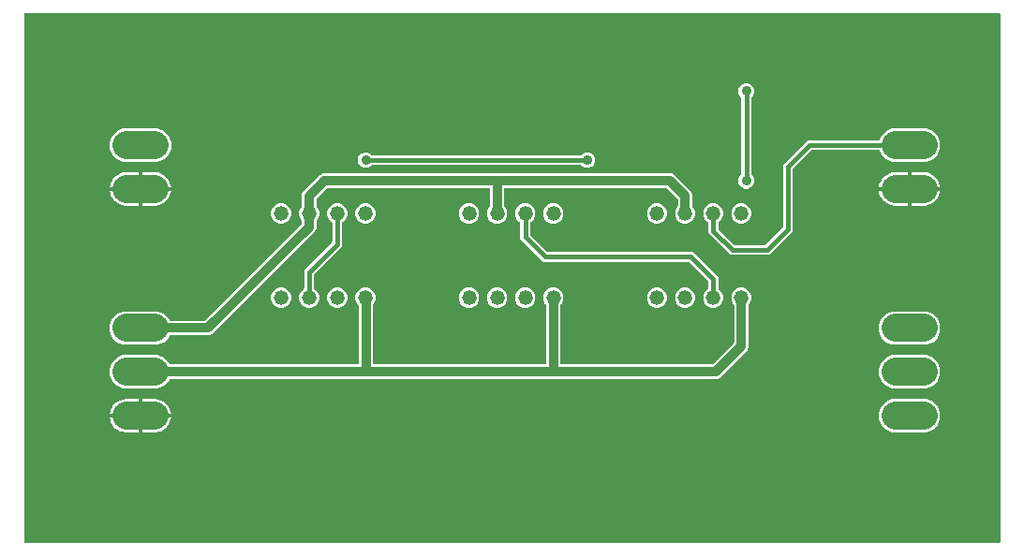
<source format=gbr>
G04 EAGLE Gerber RS-274X export*
G75*
%MOMM*%
%FSLAX34Y34*%
%LPD*%
%INBottom Copper*%
%IPPOS*%
%AMOC8*
5,1,8,0,0,1.08239X$1,22.5*%
G01*
%ADD10C,1.320800*%
%ADD11C,2.514600*%
%ADD12C,0.914400*%
%ADD13C,0.381000*%
%ADD14C,0.812800*%

G36*
X891298Y10164D02*
X891298Y10164D01*
X891317Y10162D01*
X891419Y10184D01*
X891521Y10200D01*
X891538Y10210D01*
X891558Y10214D01*
X891647Y10267D01*
X891738Y10316D01*
X891752Y10330D01*
X891769Y10340D01*
X891836Y10419D01*
X891908Y10494D01*
X891916Y10512D01*
X891929Y10527D01*
X891968Y10623D01*
X892011Y10717D01*
X892013Y10737D01*
X892021Y10755D01*
X892039Y10922D01*
X892039Y488278D01*
X892036Y488298D01*
X892038Y488317D01*
X892016Y488419D01*
X892000Y488521D01*
X891990Y488538D01*
X891986Y488558D01*
X891933Y488647D01*
X891884Y488738D01*
X891870Y488752D01*
X891860Y488769D01*
X891781Y488836D01*
X891706Y488908D01*
X891688Y488916D01*
X891673Y488929D01*
X891577Y488968D01*
X891483Y489011D01*
X891463Y489013D01*
X891445Y489021D01*
X891278Y489039D01*
X10922Y489039D01*
X10902Y489036D01*
X10883Y489038D01*
X10781Y489016D01*
X10679Y489000D01*
X10662Y488990D01*
X10642Y488986D01*
X10553Y488933D01*
X10462Y488884D01*
X10448Y488870D01*
X10431Y488860D01*
X10364Y488781D01*
X10292Y488706D01*
X10284Y488688D01*
X10271Y488673D01*
X10232Y488577D01*
X10189Y488483D01*
X10187Y488463D01*
X10179Y488445D01*
X10161Y488278D01*
X10161Y10922D01*
X10164Y10902D01*
X10162Y10883D01*
X10184Y10781D01*
X10200Y10679D01*
X10210Y10662D01*
X10214Y10642D01*
X10267Y10553D01*
X10316Y10462D01*
X10330Y10448D01*
X10340Y10431D01*
X10419Y10364D01*
X10494Y10292D01*
X10512Y10284D01*
X10527Y10271D01*
X10623Y10232D01*
X10717Y10189D01*
X10737Y10187D01*
X10755Y10179D01*
X10922Y10161D01*
X891278Y10161D01*
X891298Y10164D01*
G37*
%LPC*%
G36*
X99421Y149632D02*
X99421Y149632D01*
X93866Y151933D01*
X89614Y156185D01*
X87313Y161740D01*
X87313Y167752D01*
X89614Y173307D01*
X93866Y177559D01*
X99421Y179860D01*
X130579Y179860D01*
X136134Y177559D01*
X140386Y173307D01*
X141002Y171821D01*
X141063Y171721D01*
X141123Y171621D01*
X141128Y171617D01*
X141131Y171612D01*
X141222Y171537D01*
X141310Y171461D01*
X141316Y171459D01*
X141321Y171455D01*
X141429Y171413D01*
X141538Y171369D01*
X141546Y171368D01*
X141550Y171367D01*
X141569Y171366D01*
X141705Y171351D01*
X311384Y171351D01*
X311404Y171354D01*
X311423Y171352D01*
X311525Y171374D01*
X311627Y171390D01*
X311644Y171400D01*
X311664Y171404D01*
X311753Y171457D01*
X311844Y171506D01*
X311858Y171520D01*
X311875Y171530D01*
X311942Y171609D01*
X312014Y171684D01*
X312022Y171702D01*
X312035Y171717D01*
X312074Y171813D01*
X312117Y171907D01*
X312119Y171927D01*
X312127Y171945D01*
X312145Y172112D01*
X312145Y224607D01*
X312131Y224697D01*
X312123Y224788D01*
X312111Y224818D01*
X312106Y224850D01*
X312063Y224930D01*
X312027Y225014D01*
X312001Y225046D01*
X311990Y225067D01*
X311967Y225089D01*
X311922Y225145D01*
X310347Y226720D01*
X308955Y230081D01*
X308955Y233719D01*
X310347Y237080D01*
X312920Y239653D01*
X316281Y241045D01*
X319919Y241045D01*
X323280Y239653D01*
X325853Y237080D01*
X327245Y233719D01*
X327245Y230081D01*
X325853Y226720D01*
X325578Y226445D01*
X325525Y226371D01*
X325465Y226302D01*
X325453Y226272D01*
X325434Y226245D01*
X325407Y226158D01*
X325373Y226074D01*
X325369Y226033D01*
X325362Y226010D01*
X325363Y225978D01*
X325355Y225907D01*
X325355Y172112D01*
X325358Y172092D01*
X325356Y172073D01*
X325378Y171971D01*
X325394Y171869D01*
X325404Y171852D01*
X325408Y171832D01*
X325461Y171743D01*
X325510Y171652D01*
X325524Y171638D01*
X325534Y171621D01*
X325613Y171554D01*
X325688Y171482D01*
X325706Y171474D01*
X325721Y171461D01*
X325817Y171422D01*
X325911Y171379D01*
X325931Y171377D01*
X325949Y171369D01*
X326116Y171351D01*
X480734Y171351D01*
X480754Y171354D01*
X480773Y171352D01*
X480875Y171374D01*
X480977Y171390D01*
X480994Y171400D01*
X481014Y171404D01*
X481103Y171457D01*
X481194Y171506D01*
X481208Y171520D01*
X481225Y171530D01*
X481292Y171609D01*
X481364Y171684D01*
X481372Y171702D01*
X481385Y171717D01*
X481424Y171813D01*
X481467Y171907D01*
X481469Y171927D01*
X481477Y171945D01*
X481495Y172112D01*
X481495Y225257D01*
X481481Y225347D01*
X481473Y225438D01*
X481461Y225468D01*
X481456Y225500D01*
X481413Y225580D01*
X481377Y225664D01*
X481351Y225696D01*
X481340Y225717D01*
X481317Y225739D01*
X481272Y225795D01*
X480347Y226720D01*
X478955Y230081D01*
X478955Y233719D01*
X480347Y237080D01*
X482920Y239653D01*
X486281Y241045D01*
X489919Y241045D01*
X493280Y239653D01*
X495853Y237080D01*
X497245Y233719D01*
X497245Y230081D01*
X495853Y226720D01*
X494928Y225795D01*
X494875Y225721D01*
X494815Y225652D01*
X494803Y225622D01*
X494784Y225595D01*
X494757Y225508D01*
X494723Y225424D01*
X494719Y225383D01*
X494712Y225360D01*
X494713Y225328D01*
X494705Y225257D01*
X494705Y172112D01*
X494708Y172092D01*
X494706Y172073D01*
X494728Y171971D01*
X494744Y171869D01*
X494754Y171852D01*
X494758Y171832D01*
X494811Y171743D01*
X494860Y171652D01*
X494874Y171638D01*
X494884Y171621D01*
X494963Y171554D01*
X495038Y171482D01*
X495056Y171474D01*
X495071Y171461D01*
X495167Y171422D01*
X495261Y171379D01*
X495281Y171377D01*
X495299Y171369D01*
X495466Y171351D01*
X631645Y171351D01*
X631735Y171365D01*
X631826Y171373D01*
X631856Y171385D01*
X631888Y171390D01*
X631968Y171433D01*
X632052Y171469D01*
X632084Y171495D01*
X632105Y171506D01*
X632127Y171529D01*
X632183Y171574D01*
X651272Y190663D01*
X651325Y190737D01*
X651385Y190806D01*
X651397Y190836D01*
X651416Y190863D01*
X651443Y190950D01*
X651477Y191034D01*
X651481Y191075D01*
X651488Y191098D01*
X651487Y191130D01*
X651495Y191201D01*
X651495Y225257D01*
X651481Y225347D01*
X651473Y225438D01*
X651461Y225468D01*
X651456Y225500D01*
X651413Y225580D01*
X651377Y225664D01*
X651351Y225696D01*
X651340Y225717D01*
X651317Y225739D01*
X651272Y225795D01*
X650347Y226720D01*
X648955Y230081D01*
X648955Y233719D01*
X650347Y237080D01*
X652920Y239653D01*
X656281Y241045D01*
X659919Y241045D01*
X663280Y239653D01*
X665853Y237080D01*
X667245Y233719D01*
X667245Y230081D01*
X665853Y226720D01*
X664928Y225795D01*
X664875Y225721D01*
X664815Y225652D01*
X664803Y225622D01*
X664784Y225595D01*
X664757Y225508D01*
X664723Y225424D01*
X664719Y225383D01*
X664712Y225360D01*
X664713Y225328D01*
X664705Y225257D01*
X664705Y186836D01*
X663699Y184409D01*
X638437Y159147D01*
X636010Y158141D01*
X141705Y158141D01*
X141590Y158122D01*
X141474Y158105D01*
X141468Y158103D01*
X141462Y158102D01*
X141359Y158047D01*
X141255Y157994D01*
X141250Y157989D01*
X141245Y157986D01*
X141165Y157902D01*
X141082Y157818D01*
X141079Y157812D01*
X141075Y157808D01*
X141068Y157791D01*
X141002Y157671D01*
X140386Y156185D01*
X136134Y151933D01*
X130579Y149632D01*
X99421Y149632D01*
G37*
%LPD*%
%LPC*%
G36*
X99421Y189256D02*
X99421Y189256D01*
X93866Y191557D01*
X89614Y195809D01*
X87313Y201364D01*
X87313Y207376D01*
X89614Y212931D01*
X93866Y217183D01*
X99421Y219484D01*
X130579Y219484D01*
X136134Y217183D01*
X140386Y212931D01*
X141002Y211445D01*
X141063Y211345D01*
X141123Y211245D01*
X141128Y211241D01*
X141131Y211236D01*
X141222Y211161D01*
X141310Y211085D01*
X141316Y211083D01*
X141321Y211079D01*
X141429Y211037D01*
X141538Y210993D01*
X141546Y210992D01*
X141550Y210991D01*
X141569Y210990D01*
X141705Y210975D01*
X173019Y210975D01*
X173109Y210989D01*
X173200Y210997D01*
X173230Y211009D01*
X173262Y211014D01*
X173342Y211057D01*
X173426Y211093D01*
X173458Y211119D01*
X173479Y211130D01*
X173501Y211153D01*
X173557Y211198D01*
X260472Y298113D01*
X260525Y298187D01*
X260585Y298256D01*
X260597Y298286D01*
X260616Y298313D01*
X260643Y298400D01*
X260677Y298484D01*
X260681Y298525D01*
X260688Y298548D01*
X260687Y298580D01*
X260695Y298651D01*
X260695Y301457D01*
X260681Y301547D01*
X260673Y301638D01*
X260661Y301668D01*
X260656Y301700D01*
X260613Y301780D01*
X260577Y301864D01*
X260551Y301896D01*
X260540Y301917D01*
X260517Y301939D01*
X260472Y301995D01*
X259547Y302920D01*
X258155Y306281D01*
X258155Y309919D01*
X259547Y313280D01*
X260472Y314205D01*
X260525Y314279D01*
X260585Y314348D01*
X260597Y314378D01*
X260616Y314405D01*
X260643Y314492D01*
X260677Y314576D01*
X260681Y314617D01*
X260688Y314640D01*
X260687Y314672D01*
X260695Y314743D01*
X260695Y324864D01*
X261701Y327291D01*
X277509Y343099D01*
X279936Y344105D01*
X595064Y344105D01*
X597491Y343099D01*
X612899Y327691D01*
X613905Y325264D01*
X613905Y314743D01*
X613919Y314653D01*
X613927Y314562D01*
X613939Y314532D01*
X613944Y314500D01*
X613987Y314420D01*
X614023Y314336D01*
X614049Y314304D01*
X614060Y314283D01*
X614083Y314261D01*
X614128Y314205D01*
X615053Y313280D01*
X616445Y309919D01*
X616445Y306281D01*
X615053Y302920D01*
X612480Y300347D01*
X609119Y298955D01*
X605481Y298955D01*
X602120Y300347D01*
X599547Y302920D01*
X598155Y306281D01*
X598155Y309919D01*
X599547Y313280D01*
X600472Y314205D01*
X600525Y314279D01*
X600585Y314348D01*
X600597Y314378D01*
X600616Y314405D01*
X600643Y314492D01*
X600677Y314576D01*
X600681Y314617D01*
X600688Y314640D01*
X600687Y314672D01*
X600695Y314743D01*
X600695Y320899D01*
X600681Y320989D01*
X600673Y321080D01*
X600661Y321110D01*
X600656Y321142D01*
X600613Y321222D01*
X600577Y321306D01*
X600551Y321338D01*
X600540Y321359D01*
X600517Y321381D01*
X600472Y321437D01*
X591237Y330672D01*
X591163Y330725D01*
X591094Y330785D01*
X591064Y330797D01*
X591037Y330816D01*
X590950Y330843D01*
X590866Y330877D01*
X590825Y330881D01*
X590802Y330888D01*
X590770Y330887D01*
X590699Y330895D01*
X444666Y330895D01*
X444646Y330892D01*
X444627Y330894D01*
X444525Y330872D01*
X444423Y330856D01*
X444406Y330846D01*
X444386Y330842D01*
X444297Y330789D01*
X444206Y330740D01*
X444192Y330726D01*
X444175Y330716D01*
X444108Y330637D01*
X444036Y330562D01*
X444028Y330544D01*
X444015Y330529D01*
X443976Y330433D01*
X443933Y330339D01*
X443931Y330319D01*
X443923Y330301D01*
X443905Y330134D01*
X443905Y314743D01*
X443919Y314653D01*
X443927Y314562D01*
X443939Y314532D01*
X443944Y314500D01*
X443987Y314420D01*
X444023Y314336D01*
X444049Y314304D01*
X444060Y314283D01*
X444083Y314261D01*
X444128Y314205D01*
X445053Y313280D01*
X446445Y309919D01*
X446445Y306281D01*
X445053Y302920D01*
X442480Y300347D01*
X439119Y298955D01*
X435481Y298955D01*
X432120Y300347D01*
X429547Y302920D01*
X428155Y306281D01*
X428155Y309919D01*
X429547Y313280D01*
X430472Y314205D01*
X430525Y314279D01*
X430585Y314348D01*
X430597Y314378D01*
X430616Y314405D01*
X430643Y314492D01*
X430677Y314576D01*
X430681Y314617D01*
X430688Y314640D01*
X430687Y314672D01*
X430695Y314743D01*
X430695Y330134D01*
X430692Y330154D01*
X430694Y330173D01*
X430672Y330275D01*
X430656Y330377D01*
X430646Y330394D01*
X430642Y330414D01*
X430589Y330503D01*
X430540Y330594D01*
X430526Y330608D01*
X430516Y330625D01*
X430437Y330692D01*
X430362Y330764D01*
X430344Y330772D01*
X430329Y330785D01*
X430233Y330824D01*
X430139Y330867D01*
X430119Y330869D01*
X430101Y330877D01*
X429934Y330895D01*
X284301Y330895D01*
X284211Y330881D01*
X284120Y330873D01*
X284090Y330861D01*
X284058Y330856D01*
X283978Y330813D01*
X283894Y330777D01*
X283862Y330751D01*
X283841Y330740D01*
X283819Y330717D01*
X283763Y330672D01*
X274128Y321037D01*
X274075Y320963D01*
X274015Y320894D01*
X274003Y320864D01*
X273984Y320837D01*
X273957Y320750D01*
X273923Y320666D01*
X273919Y320625D01*
X273912Y320602D01*
X273913Y320570D01*
X273905Y320499D01*
X273905Y314743D01*
X273919Y314653D01*
X273927Y314562D01*
X273939Y314532D01*
X273944Y314500D01*
X273987Y314420D01*
X274023Y314336D01*
X274049Y314304D01*
X274060Y314283D01*
X274083Y314261D01*
X274128Y314205D01*
X275053Y313280D01*
X276445Y309919D01*
X276445Y306281D01*
X275053Y302920D01*
X274128Y301995D01*
X274075Y301921D01*
X274015Y301852D01*
X274003Y301822D01*
X273984Y301795D01*
X273957Y301708D01*
X273923Y301624D01*
X273919Y301583D01*
X273912Y301560D01*
X273913Y301528D01*
X273905Y301457D01*
X273905Y294286D01*
X272899Y291859D01*
X179811Y198771D01*
X177384Y197765D01*
X141705Y197765D01*
X141590Y197746D01*
X141474Y197729D01*
X141468Y197727D01*
X141462Y197726D01*
X141359Y197671D01*
X141255Y197618D01*
X141250Y197613D01*
X141245Y197610D01*
X141165Y197526D01*
X141082Y197442D01*
X141079Y197436D01*
X141075Y197432D01*
X141068Y197415D01*
X141002Y197295D01*
X140386Y195809D01*
X136134Y191557D01*
X130579Y189256D01*
X99421Y189256D01*
G37*
%LPD*%
%LPC*%
G36*
X648158Y270554D02*
X648158Y270554D01*
X628254Y290458D01*
X628254Y299535D01*
X628235Y299649D01*
X628218Y299766D01*
X628216Y299771D01*
X628215Y299777D01*
X628160Y299880D01*
X628107Y299985D01*
X628102Y299989D01*
X628099Y299995D01*
X628015Y300075D01*
X627931Y300157D01*
X627925Y300161D01*
X627921Y300164D01*
X627904Y300172D01*
X627784Y300238D01*
X627520Y300347D01*
X624947Y302920D01*
X623555Y306281D01*
X623555Y309919D01*
X624947Y313280D01*
X627520Y315853D01*
X630881Y317245D01*
X634519Y317245D01*
X637880Y315853D01*
X640453Y313280D01*
X641845Y309919D01*
X641845Y306281D01*
X640453Y302920D01*
X637880Y300347D01*
X637616Y300238D01*
X637516Y300176D01*
X637416Y300116D01*
X637412Y300112D01*
X637407Y300108D01*
X637332Y300018D01*
X637256Y299930D01*
X637254Y299924D01*
X637250Y299919D01*
X637208Y299810D01*
X637164Y299701D01*
X637163Y299694D01*
X637162Y299689D01*
X637161Y299671D01*
X637146Y299535D01*
X637146Y294457D01*
X637160Y294367D01*
X637168Y294276D01*
X637180Y294246D01*
X637185Y294214D01*
X637228Y294133D01*
X637264Y294050D01*
X637290Y294017D01*
X637301Y293997D01*
X637324Y293975D01*
X637369Y293919D01*
X651619Y279669D01*
X651692Y279616D01*
X651762Y279556D01*
X651792Y279544D01*
X651818Y279525D01*
X651905Y279498D01*
X651990Y279464D01*
X652031Y279460D01*
X652053Y279453D01*
X652086Y279454D01*
X652157Y279446D01*
X679093Y279446D01*
X679183Y279460D01*
X679274Y279468D01*
X679304Y279480D01*
X679336Y279485D01*
X679417Y279528D01*
X679500Y279564D01*
X679533Y279590D01*
X679553Y279601D01*
X679575Y279624D01*
X679631Y279669D01*
X695331Y295369D01*
X695384Y295442D01*
X695444Y295512D01*
X695456Y295542D01*
X695475Y295568D01*
X695502Y295655D01*
X695536Y295740D01*
X695540Y295781D01*
X695547Y295803D01*
X695546Y295836D01*
X695554Y295907D01*
X695554Y351842D01*
X698381Y354669D01*
X715143Y371431D01*
X717970Y374258D01*
X782401Y374258D01*
X782516Y374277D01*
X782632Y374294D01*
X782637Y374296D01*
X782644Y374297D01*
X782746Y374352D01*
X782851Y374405D01*
X782855Y374410D01*
X782861Y374413D01*
X782941Y374497D01*
X783023Y374581D01*
X783027Y374587D01*
X783030Y374591D01*
X783038Y374608D01*
X783104Y374728D01*
X784614Y378373D01*
X788866Y382625D01*
X794421Y384926D01*
X825579Y384926D01*
X831134Y382625D01*
X835386Y378373D01*
X837687Y372818D01*
X837687Y366806D01*
X835386Y361251D01*
X831134Y356999D01*
X825579Y354698D01*
X794421Y354698D01*
X788866Y356999D01*
X784614Y361251D01*
X783104Y364896D01*
X783043Y364996D01*
X782983Y365096D01*
X782978Y365100D01*
X782975Y365105D01*
X782885Y365180D01*
X782796Y365256D01*
X782790Y365258D01*
X782785Y365262D01*
X782677Y365304D01*
X782568Y365348D01*
X782560Y365349D01*
X782555Y365350D01*
X782537Y365351D01*
X782401Y365366D01*
X721969Y365366D01*
X721879Y365352D01*
X721788Y365344D01*
X721758Y365332D01*
X721726Y365327D01*
X721645Y365284D01*
X721561Y365248D01*
X721529Y365222D01*
X721509Y365211D01*
X721486Y365188D01*
X721431Y365143D01*
X704669Y348381D01*
X704616Y348308D01*
X704556Y348238D01*
X704544Y348208D01*
X704525Y348182D01*
X704498Y348095D01*
X704464Y348010D01*
X704460Y347969D01*
X704453Y347947D01*
X704454Y347914D01*
X704446Y347843D01*
X704446Y291908D01*
X683092Y270554D01*
X648158Y270554D01*
G37*
%LPD*%
%LPC*%
G36*
X630881Y222755D02*
X630881Y222755D01*
X627520Y224147D01*
X624947Y226720D01*
X623555Y230081D01*
X623555Y233719D01*
X624947Y237080D01*
X627520Y239653D01*
X627784Y239762D01*
X627884Y239824D01*
X627984Y239884D01*
X627988Y239888D01*
X627993Y239892D01*
X628068Y239982D01*
X628144Y240070D01*
X628146Y240076D01*
X628150Y240081D01*
X628192Y240190D01*
X628236Y240299D01*
X628237Y240306D01*
X628238Y240311D01*
X628239Y240329D01*
X628254Y240465D01*
X628254Y246393D01*
X628240Y246483D01*
X628232Y246574D01*
X628220Y246604D01*
X628215Y246636D01*
X628172Y246717D01*
X628136Y246800D01*
X628110Y246833D01*
X628099Y246853D01*
X628076Y246875D01*
X628031Y246931D01*
X610881Y264081D01*
X610808Y264134D01*
X610738Y264194D01*
X610708Y264206D01*
X610682Y264225D01*
X610595Y264252D01*
X610510Y264286D01*
X610469Y264290D01*
X610447Y264297D01*
X610414Y264296D01*
X610343Y264304D01*
X479408Y264304D01*
X458254Y285458D01*
X458254Y299535D01*
X458235Y299649D01*
X458218Y299766D01*
X458216Y299771D01*
X458215Y299777D01*
X458160Y299880D01*
X458107Y299985D01*
X458102Y299989D01*
X458099Y299995D01*
X458015Y300075D01*
X457931Y300157D01*
X457925Y300161D01*
X457921Y300164D01*
X457904Y300172D01*
X457784Y300238D01*
X457520Y300347D01*
X454947Y302920D01*
X453555Y306281D01*
X453555Y309919D01*
X454947Y313280D01*
X457520Y315853D01*
X460881Y317245D01*
X464519Y317245D01*
X467880Y315853D01*
X470453Y313280D01*
X471845Y309919D01*
X471845Y306281D01*
X470453Y302920D01*
X467880Y300347D01*
X467616Y300238D01*
X467516Y300176D01*
X467416Y300116D01*
X467412Y300112D01*
X467407Y300108D01*
X467332Y300018D01*
X467256Y299930D01*
X467254Y299924D01*
X467250Y299919D01*
X467208Y299810D01*
X467164Y299701D01*
X467163Y299694D01*
X467162Y299689D01*
X467161Y299671D01*
X467146Y299535D01*
X467146Y289457D01*
X467160Y289367D01*
X467168Y289276D01*
X467180Y289246D01*
X467185Y289214D01*
X467228Y289133D01*
X467264Y289050D01*
X467290Y289017D01*
X467301Y288997D01*
X467324Y288975D01*
X467369Y288919D01*
X482869Y273419D01*
X482942Y273366D01*
X483012Y273306D01*
X483042Y273294D01*
X483068Y273275D01*
X483155Y273248D01*
X483240Y273214D01*
X483281Y273210D01*
X483303Y273203D01*
X483336Y273204D01*
X483407Y273196D01*
X614342Y273196D01*
X637146Y250392D01*
X637146Y240465D01*
X637165Y240351D01*
X637182Y240234D01*
X637184Y240229D01*
X637185Y240223D01*
X637240Y240120D01*
X637293Y240015D01*
X637298Y240011D01*
X637301Y240005D01*
X637385Y239925D01*
X637469Y239843D01*
X637475Y239839D01*
X637479Y239836D01*
X637496Y239828D01*
X637616Y239762D01*
X637880Y239653D01*
X640453Y237080D01*
X641845Y233719D01*
X641845Y230081D01*
X640453Y226720D01*
X637880Y224147D01*
X634519Y222755D01*
X630881Y222755D01*
G37*
%LPD*%
%LPC*%
G36*
X317335Y349137D02*
X317335Y349137D01*
X314721Y350220D01*
X312720Y352221D01*
X311637Y354835D01*
X311637Y357665D01*
X312720Y360279D01*
X314721Y362280D01*
X317335Y363363D01*
X320165Y363363D01*
X322779Y362280D01*
X324140Y360919D01*
X324214Y360866D01*
X324284Y360806D01*
X324314Y360794D01*
X324340Y360775D01*
X324427Y360748D01*
X324512Y360714D01*
X324553Y360710D01*
X324575Y360703D01*
X324607Y360704D01*
X324679Y360696D01*
X512821Y360696D01*
X512912Y360710D01*
X513002Y360718D01*
X513032Y360730D01*
X513064Y360735D01*
X513145Y360778D01*
X513229Y360814D01*
X513261Y360840D01*
X513282Y360851D01*
X513304Y360874D01*
X513360Y360919D01*
X514721Y362280D01*
X517335Y363363D01*
X520165Y363363D01*
X522779Y362280D01*
X524780Y360279D01*
X525863Y357665D01*
X525863Y354835D01*
X524780Y352221D01*
X522779Y350220D01*
X520165Y349137D01*
X517335Y349137D01*
X514721Y350220D01*
X513360Y351581D01*
X513286Y351634D01*
X513216Y351694D01*
X513186Y351706D01*
X513160Y351725D01*
X513073Y351752D01*
X512988Y351786D01*
X512947Y351790D01*
X512925Y351797D01*
X512893Y351796D01*
X512821Y351804D01*
X324679Y351804D01*
X324588Y351790D01*
X324498Y351782D01*
X324468Y351770D01*
X324436Y351765D01*
X324355Y351722D01*
X324271Y351686D01*
X324239Y351660D01*
X324218Y351649D01*
X324196Y351626D01*
X324140Y351581D01*
X322779Y350220D01*
X320165Y349137D01*
X317335Y349137D01*
G37*
%LPD*%
%LPC*%
G36*
X794421Y110008D02*
X794421Y110008D01*
X788866Y112309D01*
X784614Y116561D01*
X782313Y122116D01*
X782313Y128128D01*
X784614Y133683D01*
X788866Y137935D01*
X794421Y140236D01*
X825579Y140236D01*
X831134Y137935D01*
X835386Y133683D01*
X837687Y128128D01*
X837687Y122116D01*
X835386Y116561D01*
X831134Y112309D01*
X825579Y110008D01*
X794421Y110008D01*
G37*
%LPD*%
%LPC*%
G36*
X99421Y354698D02*
X99421Y354698D01*
X93866Y356999D01*
X89614Y361251D01*
X87313Y366806D01*
X87313Y372818D01*
X89614Y378373D01*
X93866Y382625D01*
X99421Y384926D01*
X130579Y384926D01*
X136134Y382625D01*
X140386Y378373D01*
X142687Y372818D01*
X142687Y366806D01*
X140386Y361251D01*
X136134Y356999D01*
X130579Y354698D01*
X99421Y354698D01*
G37*
%LPD*%
%LPC*%
G36*
X794421Y149632D02*
X794421Y149632D01*
X788866Y151933D01*
X784614Y156185D01*
X782313Y161740D01*
X782313Y167752D01*
X784614Y173307D01*
X788866Y177559D01*
X794421Y179860D01*
X825579Y179860D01*
X831134Y177559D01*
X835386Y173307D01*
X837687Y167752D01*
X837687Y161740D01*
X835386Y156185D01*
X831134Y151933D01*
X825579Y149632D01*
X794421Y149632D01*
G37*
%LPD*%
%LPC*%
G36*
X794421Y189256D02*
X794421Y189256D01*
X788866Y191557D01*
X784614Y195809D01*
X782313Y201364D01*
X782313Y207376D01*
X784614Y212931D01*
X788866Y217183D01*
X794421Y219484D01*
X825579Y219484D01*
X831134Y217183D01*
X835386Y212931D01*
X837687Y207376D01*
X837687Y201364D01*
X835386Y195809D01*
X831134Y191557D01*
X825579Y189256D01*
X794421Y189256D01*
G37*
%LPD*%
%LPC*%
G36*
X265481Y222755D02*
X265481Y222755D01*
X262120Y224147D01*
X259547Y226720D01*
X258155Y230081D01*
X258155Y233719D01*
X259547Y237080D01*
X262120Y239653D01*
X262384Y239762D01*
X262484Y239824D01*
X262584Y239884D01*
X262588Y239888D01*
X262593Y239892D01*
X262668Y239982D01*
X262744Y240070D01*
X262746Y240076D01*
X262750Y240081D01*
X262792Y240190D01*
X262836Y240299D01*
X262837Y240306D01*
X262838Y240311D01*
X262839Y240329D01*
X262854Y240465D01*
X262854Y256642D01*
X288031Y281819D01*
X288084Y281892D01*
X288144Y281962D01*
X288156Y281992D01*
X288175Y282018D01*
X288202Y282105D01*
X288236Y282190D01*
X288240Y282231D01*
X288247Y282253D01*
X288246Y282286D01*
X288254Y282357D01*
X288254Y299535D01*
X288235Y299649D01*
X288218Y299766D01*
X288216Y299771D01*
X288215Y299777D01*
X288160Y299880D01*
X288107Y299985D01*
X288102Y299989D01*
X288099Y299995D01*
X288015Y300075D01*
X287931Y300157D01*
X287925Y300161D01*
X287921Y300164D01*
X287904Y300172D01*
X287784Y300238D01*
X287520Y300347D01*
X284947Y302920D01*
X283555Y306281D01*
X283555Y309919D01*
X284947Y313280D01*
X287520Y315853D01*
X290881Y317245D01*
X294519Y317245D01*
X297880Y315853D01*
X300453Y313280D01*
X301845Y309919D01*
X301845Y306281D01*
X300453Y302920D01*
X297880Y300347D01*
X297616Y300238D01*
X297516Y300176D01*
X297416Y300116D01*
X297412Y300112D01*
X297407Y300108D01*
X297332Y300018D01*
X297256Y299930D01*
X297254Y299924D01*
X297250Y299919D01*
X297208Y299810D01*
X297164Y299701D01*
X297163Y299694D01*
X297162Y299689D01*
X297161Y299671D01*
X297146Y299535D01*
X297146Y278358D01*
X271969Y253181D01*
X271916Y253108D01*
X271856Y253038D01*
X271844Y253008D01*
X271825Y252982D01*
X271798Y252895D01*
X271764Y252810D01*
X271760Y252769D01*
X271753Y252747D01*
X271754Y252714D01*
X271746Y252643D01*
X271746Y240465D01*
X271765Y240351D01*
X271782Y240234D01*
X271784Y240229D01*
X271785Y240223D01*
X271840Y240120D01*
X271893Y240015D01*
X271898Y240011D01*
X271901Y240005D01*
X271985Y239925D01*
X272069Y239843D01*
X272075Y239839D01*
X272079Y239836D01*
X272096Y239828D01*
X272216Y239762D01*
X272480Y239653D01*
X275053Y237080D01*
X276445Y233719D01*
X276445Y230081D01*
X275053Y226720D01*
X272480Y224147D01*
X269119Y222755D01*
X265481Y222755D01*
G37*
%LPD*%
%LPC*%
G36*
X661085Y330387D02*
X661085Y330387D01*
X658471Y331470D01*
X656470Y333471D01*
X655387Y336085D01*
X655387Y338915D01*
X656470Y341529D01*
X657831Y342890D01*
X657884Y342964D01*
X657944Y343034D01*
X657956Y343064D01*
X657975Y343090D01*
X658002Y343177D01*
X658036Y343262D01*
X658040Y343303D01*
X658047Y343325D01*
X658046Y343357D01*
X658054Y343429D01*
X658054Y412821D01*
X658040Y412912D01*
X658032Y413002D01*
X658020Y413032D01*
X658015Y413064D01*
X657972Y413145D01*
X657936Y413229D01*
X657910Y413261D01*
X657899Y413282D01*
X657876Y413304D01*
X657831Y413360D01*
X656470Y414721D01*
X655387Y417335D01*
X655387Y420165D01*
X656470Y422779D01*
X658471Y424780D01*
X661085Y425863D01*
X663915Y425863D01*
X666529Y424780D01*
X668530Y422779D01*
X669613Y420165D01*
X669613Y417335D01*
X668530Y414721D01*
X667169Y413360D01*
X667121Y413293D01*
X667118Y413290D01*
X667117Y413288D01*
X667116Y413286D01*
X667056Y413216D01*
X667044Y413186D01*
X667025Y413160D01*
X666998Y413073D01*
X666964Y412988D01*
X666960Y412947D01*
X666953Y412925D01*
X666954Y412893D01*
X666946Y412821D01*
X666946Y343429D01*
X666960Y343338D01*
X666968Y343248D01*
X666980Y343218D01*
X666985Y343186D01*
X667028Y343105D01*
X667064Y343021D01*
X667090Y342989D01*
X667101Y342968D01*
X667124Y342946D01*
X667169Y342890D01*
X668530Y341529D01*
X669613Y338915D01*
X669613Y336085D01*
X668530Y333471D01*
X666529Y331470D01*
X663915Y330387D01*
X661085Y330387D01*
G37*
%LPD*%
%LPC*%
G36*
X116523Y331711D02*
X116523Y331711D01*
X116523Y345302D01*
X128762Y345302D01*
X131112Y344930D01*
X133375Y344194D01*
X135494Y343114D01*
X137419Y341716D01*
X139101Y340034D01*
X140499Y338109D01*
X141579Y335990D01*
X142315Y333727D01*
X142634Y331711D01*
X116523Y331711D01*
G37*
%LPD*%
%LPC*%
G36*
X811523Y331711D02*
X811523Y331711D01*
X811523Y345302D01*
X823762Y345302D01*
X826112Y344930D01*
X828375Y344194D01*
X830494Y343114D01*
X832419Y341716D01*
X834101Y340034D01*
X835499Y338109D01*
X836579Y335990D01*
X837315Y333727D01*
X837634Y331711D01*
X811523Y331711D01*
G37*
%LPD*%
%LPC*%
G36*
X116523Y126645D02*
X116523Y126645D01*
X116523Y140236D01*
X128762Y140236D01*
X131112Y139864D01*
X133375Y139128D01*
X135494Y138048D01*
X137419Y136650D01*
X139101Y134968D01*
X140499Y133043D01*
X141579Y130924D01*
X142315Y128661D01*
X142634Y126645D01*
X116523Y126645D01*
G37*
%LPD*%
%LPC*%
G36*
X782366Y331711D02*
X782366Y331711D01*
X782685Y333727D01*
X783421Y335990D01*
X784501Y338109D01*
X785899Y340034D01*
X787581Y341716D01*
X789506Y343114D01*
X791625Y344194D01*
X793888Y344930D01*
X796238Y345302D01*
X808477Y345302D01*
X808477Y331711D01*
X782366Y331711D01*
G37*
%LPD*%
%LPC*%
G36*
X87366Y331711D02*
X87366Y331711D01*
X87685Y333727D01*
X88421Y335990D01*
X89501Y338109D01*
X90899Y340034D01*
X92581Y341716D01*
X94506Y343114D01*
X96625Y344194D01*
X98888Y344930D01*
X101238Y345302D01*
X113477Y345302D01*
X113477Y331711D01*
X87366Y331711D01*
G37*
%LPD*%
%LPC*%
G36*
X87366Y126645D02*
X87366Y126645D01*
X87685Y128661D01*
X88421Y130924D01*
X89501Y133043D01*
X90899Y134968D01*
X92581Y136650D01*
X94506Y138048D01*
X96625Y139128D01*
X98888Y139864D01*
X101238Y140236D01*
X113477Y140236D01*
X113477Y126645D01*
X87366Y126645D01*
G37*
%LPD*%
%LPC*%
G36*
X811523Y315074D02*
X811523Y315074D01*
X811523Y328665D01*
X837634Y328665D01*
X837315Y326649D01*
X836579Y324386D01*
X835499Y322267D01*
X834101Y320342D01*
X832419Y318660D01*
X830494Y317262D01*
X828375Y316182D01*
X826112Y315446D01*
X823762Y315074D01*
X811523Y315074D01*
G37*
%LPD*%
%LPC*%
G36*
X116523Y315074D02*
X116523Y315074D01*
X116523Y328665D01*
X142634Y328665D01*
X142315Y326649D01*
X141579Y324386D01*
X140499Y322267D01*
X139101Y320342D01*
X137419Y318660D01*
X135494Y317262D01*
X133375Y316182D01*
X131112Y315446D01*
X128762Y315074D01*
X116523Y315074D01*
G37*
%LPD*%
%LPC*%
G36*
X116523Y110008D02*
X116523Y110008D01*
X116523Y123599D01*
X142634Y123599D01*
X142315Y121583D01*
X141579Y119320D01*
X140499Y117201D01*
X139101Y115276D01*
X137419Y113594D01*
X135494Y112196D01*
X133375Y111116D01*
X131112Y110380D01*
X128762Y110008D01*
X116523Y110008D01*
G37*
%LPD*%
%LPC*%
G36*
X796238Y315074D02*
X796238Y315074D01*
X793888Y315446D01*
X791625Y316182D01*
X789506Y317262D01*
X787581Y318660D01*
X785899Y320342D01*
X784501Y322267D01*
X783421Y324386D01*
X782685Y326649D01*
X782366Y328665D01*
X808477Y328665D01*
X808477Y315074D01*
X796238Y315074D01*
G37*
%LPD*%
%LPC*%
G36*
X101238Y315074D02*
X101238Y315074D01*
X98888Y315446D01*
X96625Y316182D01*
X94506Y317262D01*
X92581Y318660D01*
X90899Y320342D01*
X89501Y322267D01*
X88421Y324386D01*
X87685Y326649D01*
X87366Y328665D01*
X113477Y328665D01*
X113477Y315074D01*
X101238Y315074D01*
G37*
%LPD*%
%LPC*%
G36*
X101238Y110008D02*
X101238Y110008D01*
X98888Y110380D01*
X96625Y111116D01*
X94506Y112196D01*
X92581Y113594D01*
X90899Y115276D01*
X89501Y117201D01*
X88421Y119320D01*
X87685Y121583D01*
X87366Y123599D01*
X113477Y123599D01*
X113477Y110008D01*
X101238Y110008D01*
G37*
%LPD*%
%LPC*%
G36*
X240081Y298955D02*
X240081Y298955D01*
X236720Y300347D01*
X234147Y302920D01*
X232755Y306281D01*
X232755Y309919D01*
X234147Y313280D01*
X236720Y315853D01*
X240081Y317245D01*
X243719Y317245D01*
X247080Y315853D01*
X249653Y313280D01*
X251045Y309919D01*
X251045Y306281D01*
X249653Y302920D01*
X247080Y300347D01*
X243719Y298955D01*
X240081Y298955D01*
G37*
%LPD*%
%LPC*%
G36*
X656281Y298955D02*
X656281Y298955D01*
X652920Y300347D01*
X650347Y302920D01*
X648955Y306281D01*
X648955Y309919D01*
X650347Y313280D01*
X652920Y315853D01*
X656281Y317245D01*
X659919Y317245D01*
X663280Y315853D01*
X665853Y313280D01*
X667245Y309919D01*
X667245Y306281D01*
X665853Y302920D01*
X663280Y300347D01*
X659919Y298955D01*
X656281Y298955D01*
G37*
%LPD*%
%LPC*%
G36*
X580081Y298955D02*
X580081Y298955D01*
X576720Y300347D01*
X574147Y302920D01*
X572755Y306281D01*
X572755Y309919D01*
X574147Y313280D01*
X576720Y315853D01*
X580081Y317245D01*
X583719Y317245D01*
X587080Y315853D01*
X589653Y313280D01*
X591045Y309919D01*
X591045Y306281D01*
X589653Y302920D01*
X587080Y300347D01*
X583719Y298955D01*
X580081Y298955D01*
G37*
%LPD*%
%LPC*%
G36*
X316281Y298955D02*
X316281Y298955D01*
X312920Y300347D01*
X310347Y302920D01*
X308955Y306281D01*
X308955Y309919D01*
X310347Y313280D01*
X312920Y315853D01*
X316281Y317245D01*
X319919Y317245D01*
X323280Y315853D01*
X325853Y313280D01*
X327245Y309919D01*
X327245Y306281D01*
X325853Y302920D01*
X323280Y300347D01*
X319919Y298955D01*
X316281Y298955D01*
G37*
%LPD*%
%LPC*%
G36*
X605481Y222755D02*
X605481Y222755D01*
X602120Y224147D01*
X599547Y226720D01*
X598155Y230081D01*
X598155Y233719D01*
X599547Y237080D01*
X602120Y239653D01*
X605481Y241045D01*
X609119Y241045D01*
X612480Y239653D01*
X615053Y237080D01*
X616445Y233719D01*
X616445Y230081D01*
X615053Y226720D01*
X612480Y224147D01*
X609119Y222755D01*
X605481Y222755D01*
G37*
%LPD*%
%LPC*%
G36*
X580081Y222755D02*
X580081Y222755D01*
X576720Y224147D01*
X574147Y226720D01*
X572755Y230081D01*
X572755Y233719D01*
X574147Y237080D01*
X576720Y239653D01*
X580081Y241045D01*
X583719Y241045D01*
X587080Y239653D01*
X589653Y237080D01*
X591045Y233719D01*
X591045Y230081D01*
X589653Y226720D01*
X587080Y224147D01*
X583719Y222755D01*
X580081Y222755D01*
G37*
%LPD*%
%LPC*%
G36*
X460881Y222755D02*
X460881Y222755D01*
X457520Y224147D01*
X454947Y226720D01*
X453555Y230081D01*
X453555Y233719D01*
X454947Y237080D01*
X457520Y239653D01*
X460881Y241045D01*
X464519Y241045D01*
X467880Y239653D01*
X470453Y237080D01*
X471845Y233719D01*
X471845Y230081D01*
X470453Y226720D01*
X467880Y224147D01*
X464519Y222755D01*
X460881Y222755D01*
G37*
%LPD*%
%LPC*%
G36*
X435481Y222755D02*
X435481Y222755D01*
X432120Y224147D01*
X429547Y226720D01*
X428155Y230081D01*
X428155Y233719D01*
X429547Y237080D01*
X432120Y239653D01*
X435481Y241045D01*
X439119Y241045D01*
X442480Y239653D01*
X445053Y237080D01*
X446445Y233719D01*
X446445Y230081D01*
X445053Y226720D01*
X442480Y224147D01*
X439119Y222755D01*
X435481Y222755D01*
G37*
%LPD*%
%LPC*%
G36*
X410081Y222755D02*
X410081Y222755D01*
X406720Y224147D01*
X404147Y226720D01*
X402755Y230081D01*
X402755Y233719D01*
X404147Y237080D01*
X406720Y239653D01*
X410081Y241045D01*
X413719Y241045D01*
X417080Y239653D01*
X419653Y237080D01*
X421045Y233719D01*
X421045Y230081D01*
X419653Y226720D01*
X417080Y224147D01*
X413719Y222755D01*
X410081Y222755D01*
G37*
%LPD*%
%LPC*%
G36*
X290881Y222755D02*
X290881Y222755D01*
X287520Y224147D01*
X284947Y226720D01*
X283555Y230081D01*
X283555Y233719D01*
X284947Y237080D01*
X287520Y239653D01*
X290881Y241045D01*
X294519Y241045D01*
X297880Y239653D01*
X300453Y237080D01*
X301845Y233719D01*
X301845Y230081D01*
X300453Y226720D01*
X297880Y224147D01*
X294519Y222755D01*
X290881Y222755D01*
G37*
%LPD*%
%LPC*%
G36*
X240081Y222755D02*
X240081Y222755D01*
X236720Y224147D01*
X234147Y226720D01*
X232755Y230081D01*
X232755Y233719D01*
X234147Y237080D01*
X236720Y239653D01*
X240081Y241045D01*
X243719Y241045D01*
X247080Y239653D01*
X249653Y237080D01*
X251045Y233719D01*
X251045Y230081D01*
X249653Y226720D01*
X247080Y224147D01*
X243719Y222755D01*
X240081Y222755D01*
G37*
%LPD*%
%LPC*%
G36*
X410081Y298955D02*
X410081Y298955D01*
X406720Y300347D01*
X404147Y302920D01*
X402755Y306281D01*
X402755Y309919D01*
X404147Y313280D01*
X406720Y315853D01*
X410081Y317245D01*
X413719Y317245D01*
X417080Y315853D01*
X419653Y313280D01*
X421045Y309919D01*
X421045Y306281D01*
X419653Y302920D01*
X417080Y300347D01*
X413719Y298955D01*
X410081Y298955D01*
G37*
%LPD*%
%LPC*%
G36*
X486281Y298955D02*
X486281Y298955D01*
X482920Y300347D01*
X480347Y302920D01*
X478955Y306281D01*
X478955Y309919D01*
X480347Y313280D01*
X482920Y315853D01*
X486281Y317245D01*
X489919Y317245D01*
X493280Y315853D01*
X495853Y313280D01*
X497245Y309919D01*
X497245Y306281D01*
X495853Y302920D01*
X493280Y300347D01*
X489919Y298955D01*
X486281Y298955D01*
G37*
%LPD*%
%LPC*%
G36*
X809999Y330187D02*
X809999Y330187D01*
X809999Y330189D01*
X810001Y330189D01*
X810001Y330187D01*
X809999Y330187D01*
G37*
%LPD*%
%LPC*%
G36*
X114999Y330187D02*
X114999Y330187D01*
X114999Y330189D01*
X115001Y330189D01*
X115001Y330187D01*
X114999Y330187D01*
G37*
%LPD*%
%LPC*%
G36*
X114999Y125121D02*
X114999Y125121D01*
X114999Y125123D01*
X115001Y125123D01*
X115001Y125121D01*
X114999Y125121D01*
G37*
%LPD*%
D10*
X241900Y231900D03*
X267300Y231900D03*
X267300Y308100D03*
X241900Y308100D03*
X292700Y231900D03*
X318100Y231900D03*
X292700Y308100D03*
X318100Y308100D03*
X411900Y231900D03*
X437300Y231900D03*
X437300Y308100D03*
X411900Y308100D03*
X462700Y231900D03*
X488100Y231900D03*
X462700Y308100D03*
X488100Y308100D03*
X581900Y231900D03*
X607300Y231900D03*
X607300Y308100D03*
X581900Y308100D03*
X632700Y231900D03*
X658100Y231900D03*
X632700Y308100D03*
X658100Y308100D03*
D11*
X127573Y369812D02*
X102427Y369812D01*
X102427Y330188D02*
X127573Y330188D01*
X797427Y369812D02*
X822573Y369812D01*
X822573Y330188D02*
X797427Y330188D01*
X127573Y125122D02*
X102427Y125122D01*
X102427Y164746D02*
X127573Y164746D01*
X127573Y204370D02*
X102427Y204370D01*
X797427Y125122D02*
X822573Y125122D01*
X822573Y164746D02*
X797427Y164746D01*
X797427Y204370D02*
X822573Y204370D01*
D12*
X200000Y331250D03*
X50000Y50000D03*
X850000Y450000D03*
X850000Y50000D03*
X50000Y450000D03*
D13*
X200000Y331250D02*
X200000Y325000D01*
D14*
X115000Y164746D02*
X318750Y164746D01*
D13*
X318750Y231250D02*
X318100Y231900D01*
D14*
X318750Y231250D02*
X318750Y164746D01*
X488100Y164746D02*
X488100Y231900D01*
X488100Y164746D02*
X318750Y164746D01*
X658100Y188150D02*
X658100Y231900D01*
X658100Y188150D02*
X634696Y164746D01*
X488100Y164746D01*
X267300Y295600D02*
X267300Y308100D01*
X267300Y295600D02*
X176070Y204370D01*
X115000Y204370D01*
X267300Y308100D02*
X267300Y323550D01*
X281250Y337500D02*
X437300Y337500D01*
X437300Y308100D01*
X281250Y337500D02*
X267300Y323550D01*
X437300Y337500D02*
X593750Y337500D01*
X607300Y323950D02*
X607300Y308100D01*
X607300Y323950D02*
X593750Y337500D01*
D13*
X632700Y308100D02*
X632700Y292300D01*
X650000Y275000D01*
X681250Y275000D01*
X700000Y293750D01*
X700000Y350000D01*
X719812Y369812D01*
X810000Y369812D01*
X267300Y254800D02*
X267300Y231900D01*
X292700Y280200D02*
X292700Y308100D01*
X292700Y280200D02*
X267300Y254800D01*
D12*
X318750Y356250D03*
X518750Y356250D03*
D13*
X318750Y356250D01*
D12*
X662500Y337500D03*
X662500Y418750D03*
D13*
X662500Y337500D01*
X462700Y308100D02*
X462700Y287300D01*
X481250Y268750D01*
X612500Y268750D01*
X632700Y248550D01*
X632700Y231900D01*
M02*

</source>
